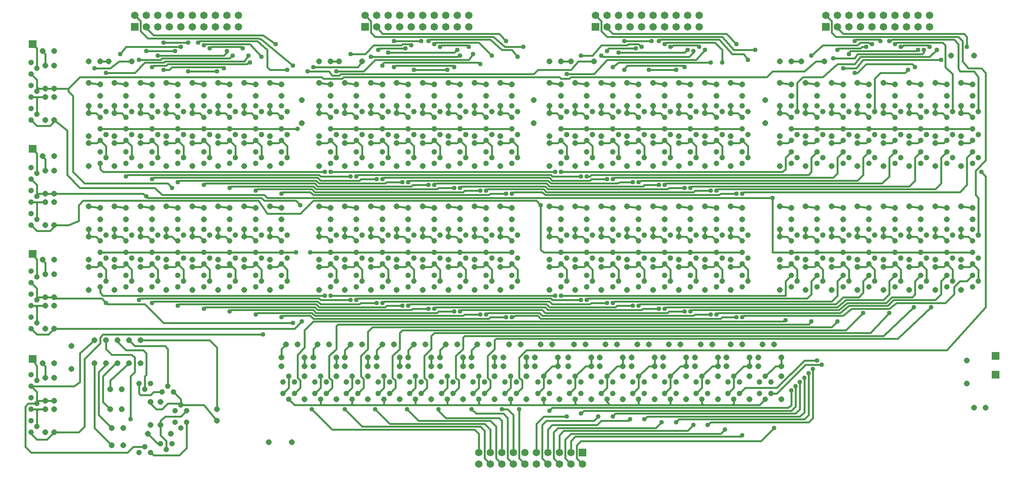
<source format=gbl>
G04 Output by ViewMate Deluxe V11.0.9  PentaLogix LLC*
G04 Mon Mar 30 14:28:05 2015*
%FSLAX33Y33*%
%MOMM*%
%IPPOS*%
%ADD10C,1.209*%
%ADD11C,1.3081*%
%ADD16C,1.016*%
%ADD102R,1.651X1.651*%
%ADD103C,1.651*%
%ADD104R,1.8009X1.8009*%
%ADD105C,0.4064*%

%LPD*%
X0Y0D2*D105*G1X9296Y45402D2*X10249Y45402D1*X12471Y45402*X28029Y32702D2*X28346Y32702D1*X10566Y28892D2*X10566Y32068D1*X9614Y33655*X11836Y32702D2*X12471Y32068D1*X12471Y29528*X23266Y32702D2*X23266Y18415D1*X23266Y37782D2*X20091Y34925D1*X20091Y28575*X10884Y22542D2*X9296Y22542D1*X10566Y24448D2*X10566Y26352D1*X9296Y27622*X18821Y27622*X20091Y28575*X26759Y26988D2*X26759Y28892D1*X30886Y32702*X50254Y22542D2*X50254Y36195D1*X48666Y37782*X33426Y37782*X30886Y37782D2*X32156Y36512D1*X38824Y36512*X39459Y35878*X39459Y27622*X35649Y25718D2*X36284Y26352D1*X38189Y26352*X40729Y26352D2*X42316Y24765D1*X42316Y23495*X42316Y20955D2*X43586Y22225D1*X35014Y17145D2*X37236Y14922D1*X37871Y14922*X39141Y13652D2*X39141Y15558D1*X37871Y16828*X37871Y19050*X37871Y20002*X38824Y20955*X42316Y20955*X43586Y19685D2*X43586Y13970D1*X41999Y12382*X36284Y12382*X35649Y13018*X34379Y14288D2*X31839Y14288D1*X30569Y13018*X23266Y18415D2*X27076Y14605D1*X26759Y22542D2*X25171Y24130D1*X25171Y29845*X28029Y32702*X25806Y32702D2*X25806Y32385D1*X24219Y30798*X24219Y21272*X27076Y18415*X31204Y20320D2*X31204Y29845D1*X32156Y30798*X32156Y33972*X31521Y34608*X27076Y34608*X25806Y35878*X25806Y37782*X28346Y37782D2*X28346Y37465D1*X30251Y35560*X34061Y35560*X34696Y34925*X34696Y30162*X34379Y29845*X34379Y26988*X33109Y28258D2*X33109Y26035D1*X33426Y25718*X35649Y25718*X35649Y24130D2*X35649Y23812D1*X36919Y22542*X38189Y22542*X39459Y23812*X41999Y23812*X42316Y23495*X47396Y23495*X50254Y20002*X130899Y10478D2*X129629Y11748D1*X195351Y53340D2*X195351Y50800D1*X174396Y60642D2*X174396Y62230D1*X178206Y53340D2*X178206Y50800D1*X182651Y57150D2*X188366Y57150D1*X194081Y57150*X199796Y57150*X205511Y57150*X211226Y57150*X216941Y57150*X214401Y62230D2*X214401Y60642D1*X218211Y60960D2*X218211Y69215D1*X216941Y59690D2*X215989Y60642D1*X214401Y60642*X211226Y59690D2*X210274Y60642D1*X208686Y60642*X208686Y62230*X202971Y60642D2*X202971Y62230D1*X205511Y59690D2*X204559Y60642D1*X202971Y60642*X199796Y59690D2*X198844Y60642D1*X197256Y60642*X197256Y62230*X191541Y60642D2*X191541Y62230D1*X194081Y59690D2*X193129Y60642D1*X191541Y60642*X188366Y59690D2*X187414Y60642D1*X185826Y60642*X185826Y62230*X180111Y60642D2*X180111Y62230D1*X182651Y59690D2*X181699Y60642D1*X180111Y60642*X176936Y59690D2*X175984Y60642D1*X174396Y60642*X166141Y59690D2*X165189Y60642D1*X163601Y60642*X163601Y62230*X115341Y54610D2*X116611Y53340D1*X116611Y50800*X110896Y53340D2*X110896Y50800D1*X105181Y50800D2*X105181Y53340D1*X99466Y53340D2*X99466Y50800D1*X93751Y50800D2*X93751Y53340D1*X82321Y53340D2*X82321Y50800D1*X88036Y50800D2*X88036Y53340D1*X86766Y36830D2*X85496Y35560D1*X85496Y33972*X88354Y19368D2*X85179Y22542D1*X99149Y22542D2*X99149Y22225D1*X100736Y20638*X112484Y20638*X115659Y21272D2*X114389Y22542D1*X113119Y22542*X118516Y32068D2*X118516Y33972D1*X128041Y26035D2*X129311Y27305D1*X129311Y29845*X136296Y29845D2*X136296Y27305D1*X135026Y26035*X142011Y26035D2*X143281Y27305D1*X143281Y29845*X150266Y29845D2*X150266Y27305D1*X148996Y26035*X155981Y26035D2*X157251Y27305D1*X157251Y29845*X160744Y33972D2*X160744Y32068D1*X159474Y32068*X157251Y29845*X153759Y33972D2*X153759Y32068D1*X152489Y32068*X150266Y29845*X146774Y33972D2*X146774Y32068D1*X145504Y32068*X143281Y29845*X139789Y33972D2*X139789Y32068D1*X138519Y32068*X136296Y29845*X132804Y33972D2*X132804Y32068D1*X131534Y32068*X129311Y29845*X125501Y33972D2*X125501Y32068D1*X124231Y32068*X122644Y30480*X122644Y30162*X122326Y29845*X122326Y27305*X121056Y26035*X123596Y22225D2*X124231Y22860D1*X176301Y22860*X176936Y26670D2*X176936Y23495D1*X176301Y22860*X166141Y16828D2*X165824Y16510D1*X173126Y18415D2*X170269Y15558D1*X130581Y15558*X129629Y14605*X129629Y11748*X127089Y11748D2*X128359Y10478D1*X128359Y13018D2*X128359Y15558D1*X129311Y16510*X165824Y16510*X158521Y19050D2*X159156Y19685D1*X155346Y19050D2*X154076Y17780D1*X126771Y17780*X125819Y16828*X125819Y13018*X113119Y13018D2*X113119Y20002D1*X112484Y20638*X88354Y19368D2*X109309Y19368D1*X92164Y22542D2*X94704Y20002D1*X110579Y20002*X111849Y18732*X111849Y11748*X113119Y10478*X108039Y13018D2*X108039Y17145D1*X107086Y18098*X75654Y18098*X71209Y22542*X68669Y27305D2*X67399Y26035D1*X68034Y29528D2*X68669Y28892D1*X68669Y27305*X71844Y26035D2*X73114Y27305D1*X73114Y29845*X80099Y29845D2*X80099Y27305D1*X78829Y26035*X81369Y26035D2*X82639Y27305D1*X82639Y29210*X82004Y29845*X82004Y34290*X83591Y32068D2*X83591Y33972D1*X87084Y29845D2*X87084Y27305D1*X85814Y26035*X88354Y26035D2*X89624Y27305D1*X89624Y28892*X88989Y29528*X88989Y34290*X92481Y33972D2*X92481Y35560D1*X93751Y36830*X100736Y36830D2*X99466Y35560D1*X99466Y33972*X97561Y32068D2*X97561Y33972D1*X101054Y29845D2*X101054Y27305D1*X99784Y26035*X102324Y26035D2*X103594Y27305D1*X103594Y28892*X102959Y29528*X102959Y34290*X106451Y33972D2*X106451Y35560D1*X107721Y36830*X111531Y32068D2*X111531Y33972D1*X115024Y29845D2*X115024Y27305D1*X113754Y26035*X116294Y26035D2*X117564Y27305D1*X117564Y28892*X116929Y29528*X116929Y33972*X118516Y35560*X211226Y35560*X219799Y45085*X219799Y73978*X218846Y74930*X143916Y102552D2*X143281Y103188D1*X164871Y103188D2*X162649Y105410D1*X137566Y105410*X136296Y106680*X136296Y106998*X133756Y109538D2*X135026Y108268D1*X135026Y106045*X136296Y104775*X161696Y104775*X164236Y101918*X168999Y101918*X167411Y99695D2*X166459Y100965D1*X163919Y100965*X161061Y104140*X148044Y104140*X147726Y103822*X140106Y103822D2*X146139Y103822D1*X129946Y99378D2*X133439Y99378D1*X126136Y99378D2*X128359Y99378D1*X126136Y94298D2*X123596Y94615D1*X129311Y89535D2*X129311Y87948D1*X130899Y87948*X131851Y86995*X135026Y89535D2*X135026Y87948D1*X136614Y87948*X137566Y86995*X140741Y89535D2*X140741Y87948D1*X142329Y87948*X143281Y86995*X146456Y89535D2*X146456Y87948D1*X148044Y87948*X148996Y86995*X152171Y89535D2*X152171Y87948D1*X153759Y87948*X154711Y86995*X157886Y89535D2*X157886Y87948D1*X159474Y87948*X160426Y86995*X163601Y89535D2*X163601Y87948D1*X165189Y87948*X166141Y86995*X166141Y84455D2*X160426Y84455D1*X154711Y84455*X148996Y84455*X143281Y84455*X137566Y84455*X131851Y84455*X126136Y84455*X126136Y86995D2*X125184Y87948D1*X123596Y87948*X123596Y89535*X64541Y86995D2*X63589Y87948D1*X62001Y87948*X62001Y89535*X10566Y93662D2*X10566Y92710D1*X12471Y93345D2*X14376Y93345D1*X17551Y93345*X17551Y92710*X18504Y91758*X24536Y94298D2*X21996Y94615D1*X33426Y94615D2*X35966Y94298D1*X27711Y94615D2*X30251Y94298D1*X28981Y100965D2*X30251Y102552D1*X42316Y102552*X38506Y103505D2*X43904Y103505D1*X41046Y101600D2*X34696Y101600D1*X50254Y97155D2*X43904Y97155D1*X51841Y97790D2*X51524Y98108D1*X63271Y103188D2*X60414Y105092D1*X36284Y105092*X34696Y106680*X34696Y106934*X32156Y109474D2*X32220Y109474D1*X33426Y108268*X33426Y106045*X35014Y104458*X59461Y104458*X60096Y104140*X67081Y98425*X62001Y94615D2*X64541Y94298D1*X56286Y94615D2*X58826Y94298D1*X50571Y94615D2*X53111Y94298D1*X44856Y94615D2*X47396Y94298D1*X39141Y94615D2*X41681Y94298D1*X38506Y97472D2*X39776Y97472D1*X40411Y98108*X51524Y98108*X52476Y101600D2*X52476Y101282D1*X48666Y102235D2*X48984Y102552D1*X55651Y102552*X55969Y102235*X57239Y100648D2*X56286Y99378D1*X38824Y99378*X38506Y99060*X34379Y99060*X37236Y100648D2*X51841Y100648D1*X52476Y101282*X53746Y100648D2*X53111Y100012D1*X38189Y100012*X37871Y99695*X33109Y99695*X31521Y99378D2*X28664Y99378D1*X26759Y97790*X24536Y99378D2*X26441Y99378D1*X26759Y97790D2*X23266Y97790D1*X25806Y96838D2*X32156Y96838D1*X34379Y99060*X35966Y98108D2*X36284Y98425D1*X39141Y98425*X39459Y98742*X56921Y98742*X57239Y99060*X57556Y99060*X60096Y100330D2*X57556Y103188D1*X47714Y103188*X47396Y102870*X46126Y103505D2*X46444Y103822D1*X59144Y103822*X61366Y101918*X61366Y98108*X62001Y97472*X65811Y97472*X75336Y94298D2*X72796Y94615D1*X81051Y94298D2*X78511Y94615D1*X86766Y94298D2*X84226Y94615D1*X92481Y94298D2*X89941Y94615D1*X98196Y94298D2*X95656Y94615D1*X109626Y86995D2*X108674Y87948D1*X107086Y87948*X107086Y89535*X103911Y86995D2*X102959Y87948D1*X101371Y87948*X101371Y89535*X98196Y86995D2*X97244Y87948D1*X95656Y87948*X95656Y89535*X92481Y86995D2*X91529Y87948D1*X89941Y87948*X89941Y89535*X86766Y86995D2*X85814Y87948D1*X84226Y87948*X84226Y89535*X81051Y86995D2*X80099Y87948D1*X78511Y87948*X78511Y89535*X72796Y89535D2*X72796Y87948D1*X74384Y87948*X75336Y86995*X72479Y73660D2*X73114Y73025D1*X81686Y73025*X82004Y73342*X85496Y73342*X86766Y73342D2*X87084Y73660D1*X123596Y73660*X124231Y73025*X132486Y73025*X132804Y73342*X136296Y73342*X137566Y73342D2*X137884Y73660D1*X186144Y73660*X187096Y74612*X187096Y78105*X188366Y79375*X182651Y79375D2*X181381Y78105D1*X181381Y74930*X180746Y74295*X132804Y74295*X132486Y73978*X131851Y73978*X130581Y73978D2*X124231Y73978D1*X123914Y74295*X81369Y74295*X81051Y73978*X79781Y73978D2*X73114Y73978D1*X72796Y74295*X30569Y74295*X30251Y73978*X35966Y73342D2*X36284Y73660D1*X72479Y73660*X56286Y67310D2*X58826Y66992D1*X50571Y67310D2*X53111Y66992D1*X44856Y67310D2*X47396Y66992D1*X39141Y67310D2*X41681Y66992D1*X33426Y67310D2*X35966Y66992D1*X27711Y67310D2*X30251Y66992D1*X21996Y67310D2*X24536Y66992D1*X21996Y62230D2*X21996Y60642D1*X23584Y60642*X24536Y59690*X27711Y62230D2*X27711Y60642D1*X29299Y60642*X30251Y59690*X33426Y62230D2*X33426Y60642D1*X35014Y60642*X35966Y59690*X39141Y62230D2*X39141Y60642D1*X40411Y60642*X41046Y60008*X41364Y60008*X41681Y59690*X44856Y62230D2*X44856Y60642D1*X46444Y60642*X47396Y59690*X50571Y62230D2*X50571Y60642D1*X52159Y60642*X53111Y59690*X56286Y62230D2*X56286Y60642D1*X57874Y60642*X58826Y59690*X62001Y62230D2*X62001Y60642D1*X63589Y60642*X64541Y59690*X72796Y62230D2*X72796Y60642D1*X74384Y60642*X75336Y59690*X78511Y62230D2*X78511Y60642D1*X80099Y60642*X81051Y59690*X84226Y62230D2*X84226Y60642D1*X85814Y60642*X86766Y59690*X89941Y62230D2*X89941Y60642D1*X91529Y60642*X92481Y59690*X95656Y62230D2*X95656Y60642D1*X97244Y60642*X98196Y59690*X101371Y62230D2*X101371Y60642D1*X102959Y60642*X103911Y59690*X112801Y60642D2*X112801Y62230D1*X115341Y59690D2*X114389Y60642D1*X112801Y60642*X109626Y59690D2*X108674Y60642D1*X107086Y60642*X107086Y62230*X108356Y70802D2*X104864Y70802D1*X104546Y70485*X102641Y71438D2*X99149Y71438D1*X98831Y71120*X96926Y72072D2*X93434Y72072D1*X93116Y71755*X72479Y71755*X71844Y72390*X47714Y72390*X47396Y72072*X53111Y71438D2*X53429Y71755D1*X71526Y71755*X72161Y71120*X98831Y71120*X98196Y72072D2*X98514Y72390D1*X122961Y72390*X123596Y71755*X144234Y71755*X144551Y72072*X147726Y72072*X149631Y71120D2*X149949Y71438D1*X153441Y71438*X154711Y71438D2*X155029Y71755D1*X202971Y71755*X204241Y73025*X204241Y78105*X205511Y79375*X219799Y96838D2*X219799Y77470D1*X217576Y75248*X217576Y69850*X218211Y69215*X214401Y67310D2*X216941Y66992D1*X208686Y67310D2*X211226Y66992D1*X202971Y67310D2*X205511Y66992D1*X197256Y67310D2*X199796Y66992D1*X191541Y67310D2*X194081Y66992D1*X185826Y67310D2*X188366Y66992D1*X180111Y67310D2*X182651Y66992D1*X174396Y67310D2*X176936Y66992D1*X164871Y70168D2*X161379Y70168D1*X161061Y69850*X159156Y70802D2*X155664Y70802D1*X155346Y70485*X122961Y70485*X122326Y71120*X109944Y71120*X109626Y70802*X112801Y67310D2*X115341Y66992D1*X107086Y67310D2*X109626Y66992D1*X101371Y67310D2*X103911Y66992D1*X95656Y67310D2*X98196Y66992D1*X89941Y67310D2*X92481Y66992D1*X84226Y67310D2*X86766Y66992D1*X78511Y67310D2*X81051Y66992D1*X72796Y67310D2*X75336Y66992D1*X67716Y68580D2*X68669Y67628D1*X62001Y67310D2*X64541Y66992D1*X60096Y69215D2*X60731Y68580D1*X67716Y68580*X64541Y70168D2*X64859Y70485D1*X70891Y70485*X71526Y69850*X110261Y69850*X110579Y70168*X114071Y70168*X115341Y70168D2*X115659Y70485D1*X122009Y70485*X122644Y69850*X161061Y69850*X160426Y70802D2*X160744Y71120D1*X208686Y71120*X209956Y72390*X209956Y78105*X211226Y79375*X208686Y81280D2*X210591Y81280D1*X211226Y81915*X211226Y86995D2*X210274Y87948D1*X208686Y87948*X208686Y89535*X197256Y89535D2*X197256Y87948D1*X198844Y87948*X199796Y86995*X202971Y89535D2*X202971Y87948D1*X204559Y87948*X205511Y86995*X205511Y84455D2*X211226Y84455D1*X216941Y84455*X216941Y81915D2*X216306Y81280D1*X214401Y81280*X216941Y79375D2*X215671Y78105D1*X215671Y72072*X214084Y70485*X166459Y70485*X166141Y70168*X163601Y67310D2*X166141Y66992D1*X157886Y67310D2*X160426Y66992D1*X152171Y67310D2*X154711Y66992D1*X146456Y67310D2*X148996Y66992D1*X140741Y67310D2*X143281Y66992D1*X135026Y67310D2*X137566Y66992D1*X129311Y67310D2*X131851Y66992D1*X123596Y67310D2*X126136Y66992D1*X123596Y62230D2*X123596Y60642D1*X125184Y60642*X126136Y59690*X129311Y62230D2*X129311Y60642D1*X130899Y60642*X131851Y59690*X135026Y62230D2*X135026Y60642D1*X136614Y60642*X137566Y59690*X140741Y62230D2*X140741Y60642D1*X142329Y60642*X143281Y59690*X146456Y62230D2*X146456Y60642D1*X148044Y60642*X148996Y59690*X152171Y62230D2*X152171Y60642D1*X153759Y60642*X154711Y59690*X157886Y62230D2*X157886Y60642D1*X159474Y60642*X160426Y59690*X161696Y53340D2*X161696Y50800D1*X155981Y50800D2*X155981Y53340D1*X150266Y53340D2*X150266Y50800D1*X144551Y50800D2*X144551Y53340D1*X138836Y53340D2*X138836Y50800D1*X133121Y50800D2*X133121Y53340D1*X127406Y53340D2*X127406Y50800D1*X123596Y53975D2*X125501Y53975D1*X126136Y54610*X127406Y53340*X129311Y53975D2*X131216Y53975D1*X131851Y54610*X133121Y53340*X135026Y53975D2*X136931Y53975D1*X137566Y54610*X138836Y53340*X140741Y53975D2*X142646Y53975D1*X143281Y54610*X144551Y53340*X146456Y53975D2*X148361Y53975D1*X148996Y54610*X150266Y53340*X152171Y53975D2*X154076Y53975D1*X154711Y54610*X155981Y53340*X157886Y53975D2*X159791Y53975D1*X160426Y54610*X161696Y53340*X163601Y53975D2*X165506Y53975D1*X166141Y54610*X167411Y50800D2*X167411Y53340D1*X166141Y54610*X166141Y57150D2*X160426Y57150D1*X154711Y57150*X148996Y57150*X143281Y57150*X137566Y57150*X131851Y57150*X126136Y57150*X122326Y57150*X121691Y57785*X121691Y67628*X120739Y68580*X71526Y68580*X68669Y65722*X61366Y65722*X59461Y68580*X20726Y68580*X19774Y67628*X19774Y64135*X17551Y63182*X14376Y63182*X14376Y62865*X13424Y61912*X10566Y61912*X9296Y63182*X10566Y64452D2*X10566Y68262D1*X9296Y68262D2*X10566Y68262D1*X12471Y68262*X10566Y70168D2*X10566Y69532D1*X12471Y75248D2*X12471Y77788D1*X11836Y78422*X9614Y80010D2*X10566Y79058D1*X10566Y74612*X9296Y73342D2*X10566Y72072D1*X10566Y70168*X12471Y70168*X14376Y70168*X34061Y70168*X34696Y69532*X35014Y69215*X60096Y69215*X58826Y70802D2*X59144Y71120D1*X71209Y71120*X71844Y70485*X104546Y70485*X103911Y71438D2*X104229Y71755D1*X122644Y71755*X123279Y71120*X149631Y71120*X148996Y72072D2*X149314Y72390D1*X196939Y72390*X198526Y73978*X198526Y78105*X199796Y79375*X194081Y79375D2*X192811Y78105D1*X192811Y74295*X191541Y73025*X143916Y73025*X143281Y72708*X142011Y72708D2*X139154Y72708D1*X138519Y72390*X123914Y72390*X123279Y73025*X92799Y73025*X92481Y72708*X91211Y72708D2*X87719Y72708D1*X87401Y72390*X72796Y72390*X72161Y73025*X41999Y73025*X41681Y72708*X40411Y71438D2*X39459Y72390D1*X21044Y72390*X18504Y74930*X18504Y91758*X21996Y89535D2*X21996Y87948D1*X23584Y87948*X24536Y86995*X27711Y89535D2*X27711Y87948D1*X29299Y87948*X30251Y86995*X33426Y89535D2*X33426Y87948D1*X35014Y87948*X35966Y86995*X39141Y89535D2*X39141Y87948D1*X40729Y87948*X41681Y86995*X44856Y89535D2*X44856Y87948D1*X46444Y87948*X47396Y86995*X50571Y89535D2*X50571Y87948D1*X52159Y87948*X53111Y86995*X56286Y89535D2*X56286Y87948D1*X57874Y87948*X58826Y86995*X60096Y78105D2*X60096Y80645D1*X54381Y80645D2*X54381Y78105D1*X48666Y78105D2*X48666Y80645D1*X42951Y80645D2*X42951Y78105D1*X37236Y78105D2*X37236Y80645D1*X31521Y80645D2*X31521Y78105D1*X27711Y81280D2*X29616Y81280D1*X30251Y81915*X31521Y80645*X33426Y81280D2*X35331Y81280D1*X35966Y81915*X37236Y80645*X39141Y81280D2*X41046Y81280D1*X41681Y81915*X42951Y80645*X44856Y81280D2*X46761Y81280D1*X47396Y81915*X48666Y80645*X50571Y81280D2*X52476Y81280D1*X53111Y81915*X54381Y80645*X56286Y81280D2*X58191Y81280D1*X58826Y81915*X60096Y80645*X64541Y81915D2*X63906Y81280D1*X62001Y81280*X65811Y78105D2*X65811Y80645D1*X64541Y81915*X68034Y84455D2*X64541Y84455D1*X58826Y84455*X53111Y84455*X47396Y84455*X41681Y84455*X35966Y84455*X30251Y84455*X24536Y84455*X21996Y81280D2*X23901Y81280D1*X24536Y81915*X25806Y80645*X25806Y78105*X24536Y76835D2*X24536Y75565D1*X25171Y74930*X74066Y74930*X124866Y74930D2*X75336Y74930D1*X126136Y74930D2*X175031Y74930D1*X175666Y75565*X175666Y75882*X175666Y78105*X176936Y79375*X176936Y84455D2*X182651Y84455D1*X188366Y84455*X194081Y84455*X199796Y84455*X205511Y84455*X205511Y81915D2*X204876Y81280D1*X202971Y81280*X199796Y81915D2*X199161Y81280D1*X197256Y81280*X194081Y81915D2*X193446Y81280D1*X191541Y81280*X188366Y81915D2*X187731Y81280D1*X185826Y81280*X182651Y81915D2*X182016Y81280D1*X180111Y81280*X176936Y81915D2*X176301Y81280D1*X174396Y81280*X167411Y78105D2*X167411Y80645D1*X166141Y81915*X165506Y81280*X163601Y81280*X161696Y78105D2*X161696Y80645D1*X160426Y81915*X159791Y81280*X157886Y81280*X155981Y78105D2*X155981Y80645D1*X154711Y81915*X154076Y81280*X152171Y81280*X150266Y78105D2*X150266Y80645D1*X148996Y81915*X148361Y81280*X146456Y81280*X144551Y78105D2*X144551Y80645D1*X143281Y81915*X142646Y81280*X140741Y81280*X138836Y78105D2*X138836Y80645D1*X137566Y81915*X136931Y81280*X135026Y81280*X133121Y78105D2*X133121Y80645D1*X131851Y81915*X131216Y81280*X129311Y81280*X127406Y78105D2*X127406Y80645D1*X126136Y81915*X125501Y81280*X123596Y81280*X116611Y78105D2*X116611Y80645D1*X115341Y81915*X114706Y81280*X112801Y81280*X110896Y78105D2*X110896Y80645D1*X109626Y81915*X108991Y81280*X107086Y81280*X105181Y78105D2*X105181Y80645D1*X103911Y81915*X103276Y81280*X101371Y81280*X99466Y78105D2*X99466Y80645D1*X98196Y81915*X97561Y81280*X95656Y81280*X93751Y78105D2*X93751Y80645D1*X92481Y81915*X91846Y81280*X89941Y81280*X88036Y78105D2*X88036Y80645D1*X86766Y81915*X86131Y81280*X84226Y81280*X82321Y78105D2*X82321Y80645D1*X81051Y81915*X80416Y81280*X78511Y81280*X72796Y81280D2*X74701Y81280D1*X75336Y81915*X76606Y78105D2*X76606Y80645D1*X75336Y81915*X75336Y84455D2*X81051Y84455D1*X86766Y84455*X92481Y84455*X98196Y84455*X103911Y84455*X109626Y84455*X115341Y84455*X115341Y86995D2*X114389Y87948D1*X112801Y87948*X112801Y89535*X112801Y94615D2*X115341Y94298D1*X107086Y94615D2*X109626Y94298D1*X101371Y94615D2*X103911Y94298D1*X93751Y97472D2*X101054Y97472D1*X86766Y98425D2*X86766Y98742D1*X87084Y99060*X89306Y98108D2*X89624Y98425D1*X102324Y98425*X102641Y98108*X117881Y102552D2*X113754Y102552D1*X116611Y100330D2*X115341Y101918D1*X113119Y101918*X108356Y98742D2*X108039Y99060D1*X87084Y99060*X86131Y102235D2*X85814Y101918D1*X85496Y106998D2*X86766Y105410D1*X82956Y109538D2*X84226Y108268D1*X84226Y105728*X85179Y104775*X111214Y104775*X113754Y102552*X114071Y103822D2*X112484Y105410D1*X86766Y105410*X95339Y103822D2*X89306Y103822D1*X96926Y103822D2*X97244Y104140D1*X110579Y104140*X113119Y101918*X110896Y100648D2*X108039Y103505D1*X98514Y103505*X98196Y103188*X99466Y102552D2*X99784Y102870D1*X105499Y102870*X105816Y102552*X106769Y100965D2*X105816Y99695D1*X85179Y99695*X82639Y97155*X76606Y97155*X77241Y99378D2*X75336Y99378D1*X79781Y100965D2*X82956Y100965D1*X84861Y102870*X90894Y102870*X93116Y102870D2*X92799Y103188D1*X91211Y103188*X90894Y102870*X86131Y102235D2*X91846Y102235D1*X88036Y101282D2*X102641Y101282D1*X103276Y101918*X103911Y100648D2*X103594Y100648D1*X103276Y100330*X84226Y100330*X82321Y99378D2*X81369Y98108D1*X71526Y98108*X70256Y97155D2*X75019Y97155D1*X75654Y96202*X77241Y96202*X77559Y96520*X120104Y96520*X121056Y97472*X128359Y97472*X129946Y99378*X130581Y100648D2*X133121Y100648D1*X135026Y102870*X140741Y102870*X141059Y103188*X143281Y103188*X142646Y102235D2*X136614Y102235D1*X136296Y101600*X135026Y100648D2*X135344Y100330D1*X154394Y100330*X155346Y101282*X155346Y101600*X154076Y101918D2*X153441Y101282D1*X138836Y101282*X151536Y97472D2*X145504Y97472D1*X153441Y98108D2*X153124Y98425D1*X140741Y98425*X140106Y97472*X137566Y98108D2*X138836Y99060D1*X159156Y99060*X161696Y99060D2*X161696Y101918D1*X160109Y103505*X149314Y103505*X148996Y103188*X150266Y102552D2*X150584Y102552D1*X150901Y102870*X156299Y102870*X156616Y102552*X157886Y101918D2*X155981Y99695D1*X136296Y99695*X133439Y96520*X127406Y96520*X131851Y94298D2*X129311Y94615D1*X137566Y94298D2*X135026Y94615D1*X143281Y94298D2*X140741Y94615D1*X148996Y94298D2*X146456Y94615D1*X154711Y94298D2*X152171Y94615D1*X160426Y94298D2*X157886Y94615D1*X166141Y94298D2*X163601Y94615D1*X176936Y94298D2*X174396Y94615D1*X194399Y103188D2*X194716Y103188D1*X190906Y103822D2*X191224Y104140D1*X196304Y104140*X196621Y103822*X198844Y103822D2*X198526Y103822D1*X201066Y102552D2*X201384Y102552D1*X201701Y102870*X207099Y102870*X207416Y102552*X209004Y101918D2*X207416Y100330D1*X192176Y100330*X190906Y98742*X187096Y98742*X191224Y97790D2*X192811Y99695D1*X209956Y99695*X215671Y102552D2*X215671Y104775D1*X215036Y105410*X188366Y105410*X187096Y106680*X187096Y106998*X184556Y109538D2*X185826Y108268D1*X185826Y105728*X186779Y104775*X213766Y104775*X214719Y103822*X214719Y99378*X215989Y97790*X218846Y97790*X219799Y96838*X218211Y95885D2*X217259Y97155D1*X214084Y97155*X213766Y97790*X213766Y103188*X212814Y104140*X199161Y104140*X198844Y103822*X199796Y103188D2*X200114Y103505D1*X210274Y103505*X210909Y102870*X210909Y98108*X212496Y96520*X212496Y88265*X214401Y89535D2*X214401Y87948D1*X215989Y87948*X216941Y86995*X218211Y95885D2*X218211Y88265D1*X214401Y94615D2*X216941Y94298D1*X208686Y94615D2*X211226Y94298D1*X202971Y94615D2*X205511Y94298D1*X197256Y94615D2*X199796Y94298D1*X191541Y94615D2*X194081Y94298D1*X185826Y94615D2*X188366Y94298D1*X180111Y94615D2*X182651Y94298D1*X179476Y95885D2*X183921Y95885D1*X187096Y98742*X191224Y97790D2*X188366Y97790D1*X190906Y96838D2*X191541Y96838D1*X193446Y98742*X203606Y98742*X204241Y98108*X202654Y97472D2*X202019Y96838D1*X196621Y96838*X195351Y95568*X195351Y88265*X194081Y86995D2*X193129Y87948D1*X191541Y87948*X191541Y89535*X188366Y86995D2*X187414Y87948D1*X185826Y87948*X185826Y89535*X182651Y86995D2*X181699Y87948D1*X180111Y87948*X180111Y89535*X174396Y89535D2*X174396Y87948D1*X175666Y87948*X176936Y86995*X178206Y88265D2*X178206Y94615D1*X179476Y95885*X179159Y99378D2*X176936Y99378D1*X181381Y100648D2*X183921Y102870D1*X191541Y102870*X192176Y103505*X194081Y103505*X194399Y103188*X193446Y102552D2*X192494Y102552D1*X192176Y102235*X187414Y102235*X187096Y101918*X189636Y100965D2*X189636Y101282D1*X189954Y101600*X204559Y101600*X204876Y101918*X206146Y101918D2*X206146Y101282D1*X205829Y100965*X191541Y100965*X190906Y100012*X186144Y100012*X184239Y99378D2*X182334Y99378D1*X179794Y97155*X172809Y97155*X171539Y95885*X128359Y95885*X128041Y95568*X126136Y95568*X125819Y95885*X78194Y95885*X77876Y95568*X73749Y95568*X73431Y95885*X20091Y95885*X17551Y93345*X12471Y98425D2*X12471Y100965D1*X11836Y101600*X9614Y103188D2*X10566Y102235D1*X10566Y97790*X9296Y96520D2*X10566Y95250D1*X10566Y93662*X10884Y93345*X12471Y93345*X12471Y91440D2*X10566Y91440D1*X9296Y91440D2*X10566Y91440D1*X10566Y87630*X9296Y86360D2*X10566Y85090D1*X13424Y85090*X14376Y86042*X14376Y86360*X17234Y84138*X17234Y74295*X20091Y71438*X36601Y71438*X38189Y69850*X60731Y69850*X61366Y69215*X172809Y69215*X172809Y57150*X176936Y57150*X182651Y57150*X183921Y50800D2*X183921Y53340D1*X182651Y52070D2*X181381Y50800D1*X181381Y47942*X180429Y46990*X132169Y46990*X131851Y46672*X130581Y46672D2*X124231Y46672D1*X123914Y46990*X81369Y46990*X81051Y46672*X79781Y46672D2*X73114Y46672D1*X72796Y46990*X65811Y50800D2*X65811Y53340D1*X64541Y54610*X64224Y54292*X63906Y54292*X63589Y53975*X62001Y53975*X60096Y50800D2*X60096Y53340D1*X58826Y54610*X58191Y53975*X56286Y53975*X54381Y50800D2*X54381Y53340D1*X53589Y54135*X53111Y54610D2*X53589Y54135D1*X53429Y53975*X50571Y53975*X48666Y50800D2*X48666Y53340D1*X47396Y54610*X46761Y53975*X44856Y53975*X37236Y50800D2*X37236Y53340D1*X31521Y53340D2*X31521Y50800D1*X27711Y53975D2*X29616Y53975D1*X30251Y54610*X31521Y53340*X33426Y53975D2*X35331Y53975D1*X35966Y54610*X37236Y53340*X39141Y53975D2*X41046Y53975D1*X41681Y54610*X42951Y53340*X42951Y50800*X41681Y45402D2*X41999Y45720D1*X72161Y45720*X72796Y45085*X87401Y45085*X87719Y45402*X91211Y45402*X92481Y45402D2*X92799Y45720D1*X122961Y45720*X123596Y45085*X138201Y45085*X138519Y45402*X142011Y45402*X143916Y44450D2*X123279Y44450D1*X122644Y45085*X98514Y45085*X98196Y44768*X96926Y44768D2*X93434Y44768D1*X93116Y44450*X72479Y44450*X71844Y45085*X47714Y45085*X47396Y44768*X53111Y44132D2*X53429Y44450D1*X71526Y44450*X72161Y43815*X98831Y43815*X99149Y44132*X102641Y44132*X103911Y44132D2*X104229Y44450D1*X122009Y44450*X122644Y43815*X149631Y43815*X149949Y44132*X153441Y44132*X155346Y43180D2*X122009Y43180D1*X121374Y43815*X109944Y43815*X109626Y43498*X108356Y43498D2*X104864Y43498D1*X104546Y43180*X71844Y43180*X71209Y43815*X59144Y43815*X58826Y43498*X64541Y42862D2*X64859Y43180D1*X70891Y43180*X71526Y42545*X110261Y42545*X110579Y42862*X114071Y42862*X115341Y42862D2*X115659Y42862D1*X115976Y43180*X121056Y43180*X121691Y42545*X161379Y42545*X161696Y42862*X164871Y42862*X166141Y42862D2*X166459Y43180D1*X188366Y43180*X192811Y43815D2*X189001Y40005D1*X91211Y40005*X90576Y39370*X90576Y35878*X88989Y34290*X90576Y32068D2*X90576Y33972D1*X94069Y29845D2*X94069Y27305D1*X92799Y26035*X95339Y26035D2*X96609Y27305D1*X96609Y28892*X95974Y29528*X95974Y34290*X97561Y35878*X97561Y38735*X98196Y39370*X194399Y39370*X198526Y43815*X203924Y45085D2*X197256Y38735D1*X104864Y38735*X104546Y38418*X104546Y35878*X102959Y34290*X104546Y32068D2*X104546Y33972D1*X108039Y29845D2*X108039Y27305D1*X106769Y26035*X109309Y26035D2*X110579Y27305D1*X110579Y28892*X109944Y29528*X109944Y34290*X111531Y35878*X111531Y37782*X111849Y38100*X200431Y38100*X207734Y45085*X206781Y53340D2*X206781Y50800D1*X212496Y50800D2*X212496Y53340D1*X211226Y52070D2*X209956Y50800D1*X209956Y47942*X208686Y46672*X199479Y46672*X198209Y45402*X189636Y45402*X187731Y43815*X160744Y43815*X160426Y43498*X159156Y43498D2*X155664Y43498D1*X155346Y43180*X154711Y44132D2*X155029Y44450D1*X187414Y44450*X189319Y46038*X197891Y46038*X199161Y47308*X203606Y47308*X204241Y47942*X204241Y50800*X205511Y52070*X201066Y50800D2*X201066Y53340D1*X199796Y52070D2*X198526Y50800D1*X198526Y47942*X197256Y46672*X189001Y46672*X187096Y45085*X149314Y45085*X148996Y44768*X147726Y44768D2*X144234Y44768D1*X143916Y44450*X143281Y45402D2*X143599Y45720D1*X186779Y45720*X188366Y47308*X191859Y47308*X192811Y48260*X192811Y50800*X194081Y52070*X189636Y50800D2*X189636Y53340D1*X188366Y52070D2*X187096Y50800D1*X187096Y47625*X185826Y46355*X137884Y46355*X137566Y46038*X136296Y46038D2*X132804Y46038D1*X132486Y45720*X124231Y45720*X123596Y46355*X87084Y46355*X86766Y46038*X85496Y46038D2*X82004Y46038D1*X81686Y45720*X73114Y45720*X72479Y46355*X36284Y46355*X35966Y46038*X34379Y45720D2*X38506Y41592D1*X67081Y41592*X68986Y41910D2*X67399Y40322D1*X14376Y40322*X13106Y39052*X10566Y39052*X9296Y40322*X10566Y41592D2*X10566Y45085D1*X10249Y45402*X10566Y47308D2*X10566Y46672D1*X12471Y52388D2*X12471Y54928D1*X11836Y55562*X9614Y56832D2*X10566Y55562D1*X10566Y51752*X9296Y50482D2*X10566Y49212D1*X10566Y47308*X12471Y47308*X14376Y47308*X14694Y46990*X24854Y46990*X25806Y46038*X26124Y45720*X34379Y45720*X33109Y46672D2*X33426Y46990D1*X72796Y46990*X76606Y53340D2*X76606Y50800D1*X72796Y53975D2*X74701Y53975D1*X75336Y54610*X76606Y53340*X78511Y53975D2*X80416Y53975D1*X81051Y54610*X82321Y53340*X84226Y53975D2*X86131Y53975D1*X86766Y54610*X88036Y53340*X89941Y53975D2*X91846Y53975D1*X92481Y54610*X93751Y53340*X95656Y53975D2*X97561Y53975D1*X98196Y54610*X99466Y53340*X101371Y53975D2*X103276Y53975D1*X103911Y54610*X105181Y53340*X107086Y53975D2*X108991Y53975D1*X109626Y54610*X110896Y53340*X112801Y53975D2*X114706Y53975D1*X115341Y54610*X115341Y57150D2*X109626Y57150D1*X103911Y57150*X98196Y57150*X92481Y57150*X86766Y57150*X81051Y57150*X75336Y57150*X70891Y57150*X67716Y57150D2*X64541Y57150D1*X58826Y57150*X53111Y57150*X47396Y57150*X41681Y57150*X35966Y57150*X30251Y57150*X24536Y57150*X21996Y53975D2*X23901Y53975D1*X24536Y54610*X25806Y53340*X25806Y50800*X24536Y49530D2*X24536Y48260D1*X25171Y47625*X74066Y47625*X124866Y47625D2*X75336Y47625D1*X126136Y47625D2*X175666Y47625D1*X175666Y50800*X176936Y52070*X174396Y53975D2*X176301Y53975D1*X176936Y54610*X178206Y53340*X180111Y53975D2*X182016Y53975D1*X182651Y54610*X183921Y53340*X185826Y53975D2*X187731Y53975D1*X188366Y54610*X189636Y53340*X191541Y53975D2*X193446Y53975D1*X194081Y54610*X195351Y53340*X197256Y53975D2*X199161Y53975D1*X199796Y54610*X201066Y53340*X202971Y53975D2*X204876Y53975D1*X205511Y54610*X206781Y53340*X208686Y53975D2*X210591Y53975D1*X211226Y54610*X212496Y53340*X214401Y53975D2*X216306Y53975D1*X216941Y54610*X218211Y53340*X218211Y50800*X216941Y52070D2*X215671Y50800D1*X214084Y50800*X212814Y49530*X212814Y47942*X210909Y46038*X200114Y46038*X198526Y44768*X190271Y44768*X188366Y43180*X187096Y41910D2*X185826Y40640D1*X84544Y40640*X83591Y39688*X83591Y35878*X82004Y34290*X79781Y36830D2*X78511Y35560D1*X78511Y33972*X76606Y33972D2*X76606Y32068D1*X72479Y36830D2*X71526Y35878D1*X71526Y33972*X69621Y33972D2*X69621Y32068D1*X68034Y29528D2*X68034Y34608D1*X66129Y29845D2*X66129Y27305D1*X64859Y26035*X66129Y24765D2*X67399Y23495D1*X73431Y23495*X78511Y22542D2*X82321Y18732D1*X108356Y18732*X109309Y17780*X109309Y11748*X110579Y10478*X110579Y13018D2*X110579Y18098D1*X109309Y19368*X106451Y22542D2*X107404Y21590D1*X113436Y21590*X114389Y20638*X114389Y11748*X115659Y10478*X115659Y21272D2*X115659Y13018D1*X116929Y22542D2*X116929Y11748D1*X118199Y10478*X120739Y13018D2*X120739Y19368D1*X122326Y20955*X127406Y20955*X130581Y21590D2*X131216Y22225D1*X176936Y22225*X177889Y23178*X177889Y27622*X178841Y28575D2*X178841Y22542D1*X177889Y21590*X138201Y21590*X137566Y20955*X134391Y20955D2*X133439Y20002D1*X122961Y20002*X122009Y19050*X122009Y11748*X123279Y10478*X123279Y13018D2*X123279Y18098D1*X124231Y19050*X134074Y19050*X135026Y20002*X141059Y20002*X141376Y20320*X144551Y20320D2*X145186Y20955D1*X178841Y20955*X179794Y21908*X179794Y29528*X181699Y31432D2*X181699Y20638D1*X180746Y19685*X159156Y19685*X162331Y18098D2*X161379Y17145D1*X128359Y17145*X127089Y15875*X127089Y11748*X125819Y10478D2*X124549Y11748D1*X124549Y17462*X125501Y18415*X147091Y18415*X148361Y19685*X151536Y19685D2*X152171Y20320D1*X179794Y20320*X180746Y21272*X180746Y30480*X174714Y33972D2*X174714Y32068D1*X173444Y32068*X171221Y29845*X167729Y33972D2*X167729Y32068D1*X166459Y32068*X164236Y29845*X164236Y27305*X162966Y26035*X165506Y26035D2*X166776Y27305D1*X173761Y27305*X179794Y33338*X182651Y33338*X183604Y32385D2*X180111Y32385D1*X173761Y26035*X172491Y26035*X171221Y24765D2*X169951Y23495D1*X163919Y23495*X164236Y24765D2*X164236Y23812D1*X163919Y23495*X157569Y23495*X157251Y24765D2*X157251Y23812D1*X157569Y23495*X150266Y23495*X150266Y24765D2*X150266Y23495D1*X143281Y23495*X143281Y24765D2*X143281Y23495D1*X136931Y23495*X136296Y24765D2*X136296Y24130D1*X136931Y23495*X129629Y23495*X129311Y24765D2*X129311Y23812D1*X129629Y23495*X122644Y23495*X122326Y24765D2*X122326Y23812D1*X122644Y23495*X115341Y23495*X115024Y24765D2*X115024Y23812D1*X115341Y23495*X108356Y23495*X108039Y24765D2*X108039Y23812D1*X108356Y23495*X101054Y23495*X101054Y24765D2*X101054Y23495D1*X94069Y23495*X94069Y24765D2*X94069Y23495D1*X87084Y23495*X87084Y24765D2*X87084Y23495D1*X79781Y23495*X80099Y24765D2*X80099Y23812D1*X79781Y23495*X73431Y23495*X73114Y23812*X73114Y24765*X74384Y26035D2*X75654Y27305D1*X75654Y28892*X75019Y29528*X75019Y34290*X76606Y35878*X76606Y40958*X76924Y41275*X180746Y41275*X181381Y41910*X175666Y42228D2*X175349Y41910D1*X71526Y41910*X69621Y40005*X69621Y36195*X68034Y34608*X64541Y33972D2*X64541Y35878D1*X65494Y36830*X60414Y39052D2*X25171Y39052D1*X24536Y38418*X24536Y37148*X21044Y33655*X21044Y18732*X19774Y17462*X14376Y17462*X12789Y15875*X10566Y15875*X9296Y17145*X9296Y17462*X10566Y18732D2*X10566Y22225D1*X10884Y22542*X12471Y22542*X14376Y24448D2*X12471Y24448D1*X10566Y24448*X10566Y23812*X8661Y23812*X8026Y23178*X8026Y14288*X9296Y13018*X30569Y13018*D10*X9296Y86360D3*X9296Y99060D3*X10566Y97790D3*X9296Y96520D3*X9296Y93980D3*X10566Y92710D3*X9296Y91440D3*X9296Y88900D3*X10566Y87630D3*X169951Y28575D3*X171221Y29845D3*X172491Y28575D3*X172491Y26035D3*X171221Y24765D3*X169951Y26035D3*X162966Y26035D3*X164236Y24765D3*X165506Y26035D3*X165506Y28575D3*X164236Y29845D3*X162966Y28575D3*X155981Y28575D3*X157251Y29845D3*X158521Y28575D3*X158521Y26035D3*X157251Y24765D3*X155981Y26035D3*X148996Y26035D3*X150266Y24765D3*X151536Y26035D3*X151536Y28575D3*X150266Y29845D3*X148996Y28575D3*X142011Y28575D3*X143281Y29845D3*X144551Y28575D3*X144551Y26035D3*X143281Y24765D3*X142011Y26035D3*X135026Y26035D3*X136296Y24765D3*X137566Y26035D3*X137566Y28575D3*X136296Y29845D3*X135026Y28575D3*X128041Y28575D3*X129311Y29845D3*X130581Y28575D3*X130581Y26035D3*X129311Y24765D3*X128041Y26035D3*X121056Y26035D3*X122326Y24765D3*X123596Y26035D3*X123596Y28575D3*X122326Y29845D3*X121056Y28575D3*X33109Y28258D3*X34379Y26988D3*X35649Y28258D3*X39459Y27622D3*X40729Y26352D3*X38189Y26352D3*X35649Y13018D3*X33109Y13018D3*X34379Y14288D3*X37871Y14922D3*X39141Y13652D3*X40411Y14922D3*X43586Y19685D3*X42316Y18415D3*X41046Y19685D3*X41046Y22225D3*X42316Y23495D3*X43586Y22225D3*X67399Y26035D3*X66129Y24765D3*X64859Y26035D3*X64859Y28575D3*X66129Y29845D3*X67399Y28575D3*X74384Y28575D3*X73114Y29845D3*X71844Y28575D3*X71844Y26035D3*X73114Y24765D3*X74384Y26035D3*X81369Y26035D3*X80099Y24765D3*X78829Y26035D3*X78829Y28575D3*X80099Y29845D3*X81369Y28575D3*X88354Y28575D3*X87084Y29845D3*X85814Y28575D3*X85814Y26035D3*X87084Y24765D3*X88354Y26035D3*X102324Y26035D3*X101054Y24765D3*X99784Y26035D3*X95339Y26035D3*X94069Y24765D3*X92799Y26035D3*X92799Y28575D3*X94069Y29845D3*X95339Y28575D3*X99784Y28575D3*X101054Y29845D3*X102324Y28575D3*X109309Y28575D3*X108039Y29845D3*X106769Y28575D3*X106769Y26035D3*X108039Y24765D3*X109309Y26035D3*X113754Y26035D3*X115024Y24765D3*X116294Y26035D3*X116294Y28575D3*X113754Y28575D3*X115024Y29845D3*X115341Y62230D3*X103911Y62230D3*X92481Y62230D3*X81051Y62230D3*X75336Y62230D3*X76606Y60960D3*X75336Y59690D3*X75336Y57150D3*X76606Y55880D3*X75336Y54610D3*X75336Y52070D3*X75336Y49530D3*X76606Y50800D3*X81051Y49530D3*X82321Y50800D3*X81051Y52070D3*X81051Y54610D3*X82321Y55880D3*X81051Y57150D3*X81051Y59690D3*X82321Y60960D3*X86766Y62230D3*X88036Y60960D3*X86766Y59690D3*X86766Y57150D3*X88036Y55880D3*X86766Y54610D3*X86766Y52070D3*X86766Y49530D3*X88036Y50800D3*X92481Y49530D3*X93751Y50800D3*X92481Y52070D3*X92481Y54610D3*X93751Y55880D3*X92481Y57150D3*X92481Y59690D3*X93751Y60960D3*X98196Y62230D3*X99466Y60960D3*X98196Y59690D3*X98196Y57150D3*X99466Y55880D3*X98196Y54610D3*X98196Y52070D3*X98196Y49530D3*X99466Y50800D3*X103911Y49530D3*X105181Y50800D3*X103911Y52070D3*X103911Y54610D3*X105181Y55880D3*X103911Y57150D3*X103911Y59690D3*X105181Y60960D3*X109626Y62230D3*X110896Y60960D3*X109626Y59690D3*X109626Y57150D3*X110896Y55880D3*X109626Y54610D3*X109626Y52070D3*X109626Y49530D3*X110896Y50800D3*X115341Y49530D3*X116611Y50800D3*X115341Y52070D3*X115341Y54610D3*X116611Y55880D3*X115341Y57150D3*X115341Y59690D3*X116611Y60960D3*X166141Y62230D3*X154711Y62230D3*X143281Y62230D3*X131851Y62230D3*X126136Y62230D3*X127406Y60960D3*X126136Y59690D3*X126136Y57150D3*X127406Y55880D3*X126136Y54610D3*X126136Y52070D3*X126136Y49530D3*X127406Y50800D3*X131851Y49530D3*X133121Y50800D3*X131851Y52070D3*X131851Y54610D3*X133121Y55880D3*X131851Y57150D3*X131851Y59690D3*X133121Y60960D3*X137566Y62230D3*X138836Y60960D3*X137566Y59690D3*X137566Y57150D3*X138836Y55880D3*X137566Y54610D3*X137566Y52070D3*X137566Y49530D3*X138836Y50800D3*X143281Y49530D3*X144551Y50800D3*X143281Y52070D3*X143281Y54610D3*X144551Y55880D3*X143281Y57150D3*X143281Y59690D3*X144551Y60960D3*X148996Y62230D3*X150266Y60960D3*X148996Y59690D3*X148996Y57150D3*X150266Y55880D3*X148996Y54610D3*X148996Y52070D3*X148996Y49530D3*X150266Y50800D3*X154711Y49530D3*X155981Y50800D3*X154711Y52070D3*X154711Y54610D3*X155981Y55880D3*X154711Y57150D3*X154711Y59690D3*X155981Y60960D3*X160426Y62230D3*X161696Y60960D3*X160426Y59690D3*X160426Y57150D3*X161696Y55880D3*X160426Y54610D3*X160426Y52070D3*X160426Y49530D3*X161696Y50800D3*X166141Y49530D3*X167411Y50800D3*X166141Y52070D3*X166141Y54610D3*X167411Y55880D3*X166141Y57150D3*X166141Y59690D3*X167411Y60960D3*X205511Y62230D3*X194081Y62230D3*X182651Y62230D3*X176936Y62230D3*X178206Y60960D3*X176936Y59690D3*X176936Y57150D3*X178206Y55880D3*X176936Y54610D3*X176936Y52070D3*X176936Y49530D3*X178206Y50800D3*X182651Y49530D3*X183921Y50800D3*X182651Y52070D3*X182651Y54610D3*X183921Y55880D3*X182651Y57150D3*X182651Y59690D3*X183921Y60960D3*X188366Y62230D3*X189636Y60960D3*X188366Y59690D3*X188366Y57150D3*X189636Y55880D3*X188366Y54610D3*X188366Y52070D3*X188366Y49530D3*X189636Y50800D3*X194081Y49530D3*X195351Y50800D3*X194081Y52070D3*X194081Y54610D3*X195351Y55880D3*X194081Y57150D3*X194081Y59690D3*X195351Y60960D3*X199796Y62230D3*X201066Y60960D3*X199796Y59690D3*X199796Y57150D3*X201066Y55880D3*X199796Y54610D3*X199796Y52070D3*X199796Y49530D3*X201066Y50800D3*X205511Y49530D3*X206781Y50800D3*X205511Y52070D3*X205511Y54610D3*X206781Y55880D3*X205511Y57150D3*X205511Y59690D3*X206781Y60960D3*X211226Y62230D3*X212496Y60960D3*X211226Y59690D3*X211226Y57150D3*X212496Y55880D3*X211226Y54610D3*X211226Y52070D3*X211226Y49530D3*X212496Y50800D3*X216941Y49530D3*X218211Y50800D3*X216941Y52070D3*X216941Y54610D3*X218211Y55880D3*X216941Y57150D3*X216941Y59690D3*X218211Y60960D3*X216941Y62230D3*X216941Y76835D3*X218211Y78105D3*X216941Y79375D3*X216941Y81915D3*X218211Y83185D3*X216941Y84455D3*X216941Y86995D3*X218211Y88265D3*X216941Y89535D3*X211226Y89535D3*X212496Y88265D3*X211226Y86995D3*X211226Y84455D3*X212496Y83185D3*X211226Y81915D3*X211226Y79375D3*X212496Y78105D3*X211226Y76835D3*X205511Y76835D3*X206781Y78105D3*X205511Y79375D3*X205511Y81915D3*X206781Y83185D3*X205511Y84455D3*X205511Y86995D3*X206781Y88265D3*X205511Y89535D3*X199796Y89535D3*X201066Y88265D3*X199796Y86995D3*X199796Y84455D3*X201066Y83185D3*X199796Y81915D3*X199796Y79375D3*X201066Y78105D3*X199796Y76835D3*X194081Y76835D3*X195351Y78105D3*X194081Y79375D3*X194081Y81915D3*X195351Y83185D3*X194081Y84455D3*X194081Y86995D3*X195351Y88265D3*X194081Y89535D3*X188366Y89535D3*X189636Y88265D3*X188366Y86995D3*X188366Y84455D3*X189636Y83185D3*X188366Y81915D3*X188366Y79375D3*X189636Y78105D3*X188366Y76835D3*X182651Y76835D3*X183921Y78105D3*X182651Y79375D3*X182651Y81915D3*X183921Y83185D3*X182651Y84455D3*X182651Y86995D3*X183921Y88265D3*X182651Y89535D3*X176936Y89535D3*X178206Y88265D3*X176936Y86995D3*X176936Y84455D3*X178206Y83185D3*X176936Y81915D3*X176936Y79375D3*X178206Y78105D3*X176936Y76835D3*X166141Y76835D3*X167411Y78105D3*X166141Y79375D3*X166141Y81915D3*X167411Y83185D3*X166141Y84455D3*X166141Y86995D3*X167411Y88265D3*X166141Y89535D3*X160426Y89535D3*X161696Y88265D3*X160426Y86995D3*X160426Y84455D3*X161696Y83185D3*X160426Y81915D3*X160426Y79375D3*X161696Y78105D3*X160426Y76835D3*X154711Y76835D3*X155981Y78105D3*X154711Y79375D3*X154711Y81915D3*X155981Y83185D3*X154711Y84455D3*X154711Y86995D3*X155981Y88265D3*X154711Y89535D3*X148996Y89535D3*X150266Y88265D3*X148996Y86995D3*X148996Y84455D3*X150266Y83185D3*X148996Y81915D3*X148996Y79375D3*X150266Y78105D3*X148996Y76835D3*X143281Y76835D3*X144551Y78105D3*X143281Y79375D3*X143281Y81915D3*X144551Y83185D3*X143281Y84455D3*X143281Y86995D3*X144551Y88265D3*X143281Y89535D3*X137566Y89535D3*X138836Y88265D3*X137566Y86995D3*X137566Y84455D3*X138836Y83185D3*X137566Y81915D3*X137566Y79375D3*X138836Y78105D3*X137566Y76835D3*X131851Y76835D3*X133121Y78105D3*X131851Y79375D3*X131851Y81915D3*X133121Y83185D3*X131851Y84455D3*X131851Y86995D3*X133121Y88265D3*X131851Y89535D3*X126136Y89535D3*X127406Y88265D3*X126136Y86995D3*X126136Y84455D3*X127406Y83185D3*X126136Y81915D3*X126136Y79375D3*X127406Y78105D3*X126136Y76835D3*X115341Y76835D3*X116611Y78105D3*X115341Y79375D3*X115341Y81915D3*X116611Y83185D3*X115341Y84455D3*X115341Y86995D3*X116611Y88265D3*X115341Y89535D3*X109626Y89535D3*X110896Y88265D3*X109626Y86995D3*X109626Y84455D3*X110896Y83185D3*X109626Y81915D3*X109626Y79375D3*X110896Y78105D3*X109626Y76835D3*X103911Y76835D3*X105181Y78105D3*X103911Y79375D3*X103911Y81915D3*X105181Y83185D3*X103911Y84455D3*X103911Y86995D3*X105181Y88265D3*X103911Y89535D3*X98196Y89535D3*X99466Y88265D3*X98196Y86995D3*X98196Y84455D3*X99466Y83185D3*X98196Y81915D3*X98196Y79375D3*X99466Y78105D3*X98196Y76835D3*X92481Y76835D3*X93751Y78105D3*X92481Y79375D3*X92481Y81915D3*X93751Y83185D3*X92481Y84455D3*X92481Y86995D3*X93751Y88265D3*X92481Y89535D3*X86766Y89535D3*X88036Y88265D3*X86766Y86995D3*X86766Y84455D3*X88036Y83185D3*X86766Y81915D3*X86766Y79375D3*X88036Y78105D3*X86766Y76835D3*X81051Y76835D3*X82321Y78105D3*X81051Y79375D3*X81051Y81915D3*X82321Y83185D3*X81051Y84455D3*X81051Y86995D3*X82321Y88265D3*X81051Y89535D3*X75336Y89535D3*X76606Y88265D3*X75336Y86995D3*X75336Y84455D3*X76606Y83185D3*X75336Y81915D3*X75336Y79375D3*X76606Y78105D3*X75336Y76835D3*X64541Y76835D3*X65811Y78105D3*X64541Y79375D3*X64541Y81915D3*X65811Y83185D3*X64541Y84455D3*X64541Y86995D3*X65811Y88265D3*X64541Y89535D3*X58826Y89535D3*X60096Y88265D3*X58826Y86995D3*X58826Y84455D3*X60096Y83185D3*X58826Y81915D3*X58826Y79375D3*X60096Y78105D3*X58826Y76835D3*X53111Y76835D3*X54381Y78105D3*X53111Y79375D3*X53111Y81915D3*X54381Y83185D3*X53111Y84455D3*X53111Y86995D3*X54381Y88265D3*X53111Y89535D3*X47396Y89535D3*X48666Y88265D3*X47396Y86995D3*X47396Y84455D3*X48666Y83185D3*X47396Y81915D3*X47396Y79375D3*X48666Y78105D3*X47396Y76835D3*X41681Y76835D3*X42951Y78105D3*X41681Y79375D3*X41681Y81915D3*X42951Y83185D3*X41681Y84455D3*X41681Y86995D3*X42951Y88265D3*X41681Y89535D3*X35966Y89535D3*X37236Y88265D3*X35966Y86995D3*X35966Y84455D3*X37236Y83185D3*X35966Y81915D3*X35966Y79375D3*X37236Y78105D3*X35966Y76835D3*X30251Y76835D3*X31521Y78105D3*X30251Y79375D3*X30251Y81915D3*X31521Y83185D3*X30251Y84455D3*X30251Y86995D3*X31521Y88265D3*X30251Y89535D3*X24536Y89535D3*X25806Y88265D3*X24536Y86995D3*X24536Y84455D3*X25806Y83185D3*X24536Y81915D3*X24536Y79375D3*X25806Y78105D3*X24536Y76835D3*X9296Y75882D3*X10566Y74612D3*X9296Y73342D3*X9296Y70802D3*X10566Y69532D3*X9296Y68262D3*X9296Y65722D3*X9296Y63182D3*X10566Y64452D3*X24536Y62230D3*X47396Y62230D3*X58826Y52070D3*X58826Y49530D3*X60096Y50800D3*X64541Y49530D3*X65811Y50800D3*X64541Y52070D3*X64541Y54610D3*X65811Y55880D3*X64541Y57150D3*X64541Y59690D3*X65811Y60960D3*X64541Y62230D3*X58826Y62230D3*X60096Y60960D3*X58826Y59690D3*X58826Y57150D3*X60096Y55880D3*X58826Y54610D3*X47396Y54610D3*X48666Y55880D3*X47396Y57150D3*X47396Y59690D3*X48666Y60960D3*X53111Y62230D3*X54381Y60960D3*X53111Y59690D3*X53111Y57150D3*X54381Y55880D3*X53111Y54610D3*X53111Y52070D3*X54381Y50800D3*X53111Y49530D3*X47396Y49530D3*X48666Y50800D3*X47396Y52070D3*X35966Y52070D3*X35966Y49530D3*X37236Y50800D3*X41681Y49530D3*X42951Y50800D3*X41681Y52070D3*X41681Y54610D3*X42951Y55880D3*X41681Y57150D3*X41681Y59690D3*X42951Y60960D3*X41681Y62230D3*X35966Y62230D3*X37236Y60960D3*X35966Y59690D3*X35966Y57150D3*X37236Y55880D3*X35966Y54610D3*X24536Y54610D3*X25806Y55880D3*X24536Y57150D3*X24536Y59690D3*X25806Y60960D3*X30251Y62230D3*X31521Y60960D3*X30251Y59690D3*X30251Y57150D3*X31521Y55880D3*X30251Y54610D3*X30251Y52070D3*X31521Y50800D3*X30251Y49530D3*X24536Y49530D3*X25806Y50800D3*X24536Y52070D3*X9296Y53022D3*X10566Y51752D3*X9296Y50482D3*X9296Y47942D3*X10566Y46672D3*X9296Y45402D3*X9296Y42862D3*X10566Y41592D3*X9296Y40322D3*X9296Y30162D3*X10566Y28892D3*X9296Y27622D3*X9296Y25082D3*X10566Y23812D3*X9296Y22542D3*X9296Y20002D3*X10566Y18732D3*X9296Y17462D3*D11*X31521Y99378D3*X26441Y99378D3*X24536Y99378D3*X21996Y99378D3*X14376Y101600D3*X11836Y101600D3*X12471Y98425D3*X14376Y98425D3*X14376Y91440D3*X14376Y93345D3*X12471Y93345D3*X12471Y91440D3*X12471Y70168D3*X14376Y70168D3*X14376Y68262D3*X12471Y68262D3*X12471Y63182D3*X14376Y63182D3*X14376Y52388D3*X12471Y52388D3*X11836Y55562D3*X14376Y55562D3*X21996Y55562D3*X21996Y53975D3*X27711Y53975D3*X27711Y55562D3*X33426Y55562D3*X33426Y53975D3*X62001Y53975D3*X62001Y55562D3*X56286Y55562D3*X56286Y53975D3*X50571Y53975D3*X50571Y55562D3*X44856Y55562D3*X44856Y53975D3*X39141Y53975D3*X39141Y55562D3*X41681Y64452D3*X53111Y64452D3*X64541Y64452D3*X62001Y60642D3*X62001Y62230D3*X58826Y64452D3*X56286Y62230D3*X56286Y60642D3*X50571Y60642D3*X50571Y62230D3*X47396Y64452D3*X44856Y62230D3*X44856Y60642D3*X39141Y60642D3*X39141Y62230D3*X35966Y64452D3*X33426Y60642D3*X33426Y62230D3*X30251Y64452D3*X27711Y62230D3*X27711Y60642D3*X21996Y60642D3*X21996Y62230D3*X24536Y64452D3*X21996Y67310D3*X24536Y66992D3*X27711Y67310D3*X30251Y66992D3*X33426Y67310D3*X35966Y66992D3*X39141Y67310D3*X41681Y66992D3*X44856Y67310D3*X47396Y66992D3*X50571Y67310D3*X53111Y66992D3*X56286Y67310D3*X58826Y66992D3*X62001Y67310D3*X64541Y66992D3*X123596Y99378D3*X126136Y99378D3*X128359Y99378D3*X133439Y99378D3*X208686Y60642D3*X208686Y62230D3*X211226Y64452D3*X208686Y67310D3*X211226Y66992D3*X214401Y67310D3*X216941Y66992D3*X216941Y64452D3*X214401Y62230D3*X214401Y60642D3*X219799Y22860D3*X217259Y22860D3*X215671Y33338D3*X215671Y28258D3*X174714Y24765D3*X174714Y29845D3*X174714Y32068D3*X174714Y33972D3*X173126Y36830D3*X170586Y36830D3*X143281Y64452D3*X154711Y64452D3*X174396Y53975D3*X174396Y55562D3*X180111Y55562D3*X180111Y53975D3*X185826Y53975D3*X185826Y55562D3*X191541Y55562D3*X191541Y53975D3*X197256Y53975D3*X197256Y55562D3*X202971Y55562D3*X202971Y53975D3*X208686Y53975D3*X208686Y55562D3*X214401Y55562D3*X214401Y53975D3*X214401Y48895D3*X208686Y48895D3*X202971Y48895D3*X197256Y48895D3*X191541Y48895D3*X185826Y48895D3*X180111Y48895D3*X174396Y48895D3*X163601Y48895D3*X157886Y48895D3*X152171Y48895D3*X146456Y48895D3*X140741Y48895D3*X135026Y48895D3*X129311Y48895D3*X123596Y48895D3*X97561Y24765D3*X104546Y24765D3*X111531Y24765D3*X118516Y24765D3*X125819Y24765D3*X132804Y24765D3*X139789Y24765D3*X146774Y24765D3*X153759Y24765D3*X160744Y24765D3*X167729Y24765D3*X167729Y29845D3*X167729Y32068D3*X169634Y32068D3*X169634Y33972D3*X167729Y33972D3*X166141Y36830D3*X163601Y36830D3*X156934Y36830D3*X159474Y36830D3*X160744Y33972D3*X162649Y33972D3*X162649Y32068D3*X160744Y32068D3*X160744Y29845D3*X153759Y29845D3*X153759Y32068D3*X155664Y32068D3*X155664Y33972D3*X153759Y33972D3*X152489Y36830D3*X149949Y36830D3*X142964Y36830D3*X145504Y36830D3*X146774Y33972D3*X148679Y33972D3*X148679Y32068D3*X146774Y32068D3*X146774Y29845D3*X139789Y29845D3*X139789Y32068D3*X141694Y32068D3*X141694Y33972D3*X139789Y33972D3*X138519Y36830D3*X135979Y36830D3*X128994Y36830D3*X131534Y36830D3*X132804Y33972D3*X134709Y33972D3*X134709Y32068D3*X132804Y32068D3*X132804Y29845D3*X125819Y29845D3*X125501Y32068D3*X127724Y32068D3*X127724Y33972D3*X125501Y33972D3*X124231Y36830D3*X121691Y36830D3*X114706Y36830D3*X117246Y36830D3*X118516Y33972D3*X120421Y33972D3*X120421Y32068D3*X118516Y32068D3*X118516Y29845D3*X111531Y29845D3*X111531Y32068D3*X113436Y32068D3*X113436Y33972D3*X111531Y33972D3*X110261Y36830D3*X107721Y36830D3*X100736Y36830D3*X103276Y36830D3*X104546Y33972D3*X106451Y33972D3*X106451Y32068D3*X104546Y32068D3*X104546Y29845D3*X97561Y29845D3*X97561Y32068D3*X99466Y32068D3*X99466Y33972D3*X97561Y33972D3*X96291Y36830D3*X93751Y36830D3*X76606Y29845D3*X68034Y36830D3*X65494Y36830D3*X64541Y33972D3*X64541Y32068D3*X69621Y29845D3*X71526Y32068D3*X69621Y32068D3*X69621Y33972D3*X71526Y33972D3*X72479Y36830D3*X75019Y36830D3*X82321Y36830D3*X79781Y36830D3*X78511Y33972D3*X76606Y33972D3*X76606Y32068D3*X78511Y32068D3*X83591Y29845D3*X85496Y32068D3*X83591Y32068D3*X83591Y33972D3*X85496Y33972D3*X86766Y36830D3*X89306Y36830D3*X90576Y33972D3*X92481Y33972D3*X92481Y32068D3*X90576Y32068D3*X90576Y29845D3*X90576Y24765D3*X83591Y24765D3*X76606Y24765D3*X69621Y24765D3*X66764Y15240D3*X61684Y15240D3*X50254Y20002D3*X50254Y22542D3*X26759Y26988D3*X29299Y26988D3*X37871Y24130D3*X35649Y24130D3*X29299Y22542D3*X26759Y22542D3*X27076Y14605D3*X29616Y14605D3*X40094Y17145D3*X37871Y19050D3*X35649Y19050D3*X35014Y17145D3*X29616Y18415D3*X27076Y18415D3*X12471Y17462D3*X14376Y17462D3*X14376Y22542D3*X12471Y22542D3*X12471Y24448D3*X14376Y24448D3*X14376Y29528D3*X12471Y29528D3*X11836Y32702D3*X14376Y32702D3*X18186Y31432D3*X23266Y32702D3*X25806Y32702D3*X28346Y32702D3*X30886Y32702D3*X33426Y32702D3*X33426Y37782D3*X30886Y37782D3*X28346Y37782D3*X25806Y37782D3*X23266Y37782D3*X18186Y36512D3*X12471Y40322D3*X14376Y40322D3*X14376Y45402D3*X12471Y45402D3*X12471Y47308D3*X14376Y47308D3*X21996Y48895D3*X27711Y48895D3*X33426Y48895D3*X39141Y48895D3*X44856Y48895D3*X50571Y48895D3*X56286Y48895D3*X62001Y48895D3*X72796Y48895D3*X78511Y48895D3*X84226Y48895D3*X89941Y48895D3*X95656Y48895D3*X101371Y48895D3*X107086Y48895D3*X112801Y48895D3*X112801Y60642D3*X112801Y62230D3*X115341Y64452D3*X115341Y66992D3*X112801Y67310D3*X107086Y67310D3*X109626Y66992D3*X109626Y64452D3*X107086Y62230D3*X107086Y60642D3*X101371Y60642D3*X101371Y62230D3*X103911Y64452D3*X103911Y66992D3*X101371Y67310D3*X95656Y67310D3*X98196Y66992D3*X98196Y64452D3*X95656Y62230D3*X95656Y60642D3*X89941Y60642D3*X89941Y62230D3*X92481Y64452D3*X92481Y66992D3*X89941Y67310D3*X84226Y67310D3*X86766Y66992D3*X86766Y64452D3*X84226Y62230D3*X84226Y60642D3*X78511Y60642D3*X78511Y62230D3*X81051Y64452D3*X81051Y66992D3*X78511Y67310D3*X72796Y67310D3*X75336Y66992D3*X75336Y64452D3*X72796Y62230D3*X72796Y60642D3*X72796Y55562D3*X72796Y53975D3*X78511Y53975D3*X78511Y55562D3*X84226Y55562D3*X84226Y53975D3*X89941Y53975D3*X89941Y55562D3*X95656Y55562D3*X95656Y53975D3*X101371Y53975D3*X101371Y55562D3*X107086Y55562D3*X107086Y53975D3*X112801Y53975D3*X112801Y55562D3*X123596Y55562D3*X123596Y53975D3*X129311Y53975D3*X129311Y55562D3*X135026Y55562D3*X135026Y53975D3*X140741Y53975D3*X140741Y55562D3*X146456Y55562D3*X146456Y53975D3*X152171Y53975D3*X152171Y55562D3*X157886Y55562D3*X157886Y53975D3*X163601Y53975D3*X163601Y55562D3*X163601Y60642D3*X163601Y62230D3*X160426Y64452D3*X157886Y62230D3*X157886Y60642D3*X152171Y60642D3*X152171Y62230D3*X148996Y64452D3*X146456Y62230D3*X146456Y60642D3*X140741Y60642D3*X140741Y62230D3*X137566Y64452D3*X135026Y60642D3*X135026Y62230D3*X131851Y64452D3*X129311Y62230D3*X129311Y60642D3*X123596Y60642D3*X123596Y62230D3*X126136Y64452D3*X123596Y67310D3*X126136Y66992D3*X129311Y67310D3*X131851Y66992D3*X135026Y67310D3*X137566Y66992D3*X140741Y67310D3*X143281Y66992D3*X146456Y67310D3*X148996Y66992D3*X152171Y67310D3*X154711Y66992D3*X157886Y67310D3*X160426Y66992D3*X163601Y67310D3*X166141Y66992D3*X166141Y64452D3*X174396Y60642D3*X174396Y62230D3*X176936Y64452D3*X182651Y64452D3*X180111Y62230D3*X180111Y60642D3*X185826Y60642D3*X185826Y62230D3*X188366Y64452D3*X194081Y64452D3*X191541Y62230D3*X191541Y60642D3*X197256Y60642D3*X197256Y62230D3*X199796Y64452D3*X202971Y60642D3*X202971Y62230D3*X205511Y64452D3*X205511Y66992D3*X202971Y67310D3*X199796Y66992D3*X197256Y67310D3*X194081Y66992D3*X191541Y67310D3*X188366Y66992D3*X185826Y67310D3*X182651Y66992D3*X180111Y67310D3*X176936Y66992D3*X174396Y67310D3*X174396Y76200D3*X180111Y76200D3*X185826Y76200D3*X191541Y76200D3*X197256Y76200D3*X202971Y76200D3*X208686Y76200D3*X214401Y76200D3*X217259Y100648D3*X212179Y100648D3*X211226Y91758D3*X208686Y87948D3*X208686Y89535D3*X205511Y91758D3*X202971Y87948D3*X202971Y89535D3*X197256Y94615D3*X185826Y94615D3*X184239Y99378D3*X179159Y99378D3*X176936Y99378D3*X174396Y99378D3*X174396Y94615D3*X176936Y91758D3*X176936Y94298D3*X180111Y94615D3*X182651Y94298D3*X182651Y91758D3*X180111Y89535D3*X180111Y87948D3*X185826Y87948D3*X185826Y89535D3*X188366Y91758D3*X188366Y94298D3*X191541Y94615D3*X194081Y94298D3*X194081Y91758D3*X191541Y89535D3*X191541Y87948D3*X197256Y87948D3*X197256Y89535D3*X199796Y91758D3*X199796Y94298D3*X202971Y94615D3*X205511Y94298D3*X208686Y94615D3*X211226Y94298D3*X214401Y94615D3*X216941Y94298D3*X216941Y91758D3*X214401Y89535D3*X214401Y87948D3*X214401Y82868D3*X214401Y81280D3*X208686Y81280D3*X208686Y82868D3*X202971Y82868D3*X202971Y81280D3*X197256Y81280D3*X197256Y82868D3*X191541Y82868D3*X191541Y81280D3*X185826Y81280D3*X185826Y82868D3*X180111Y82868D3*X180111Y81280D3*X174396Y81280D3*X174396Y82868D3*X171221Y85725D3*X174396Y87948D3*X174396Y89535D3*X171221Y90805D3*X163601Y94615D3*X166141Y94298D3*X166141Y91758D3*X163601Y89535D3*X163601Y87948D3*X157886Y87948D3*X157886Y89535D3*X160426Y91758D3*X160426Y94298D3*X157886Y94615D3*X152171Y94615D3*X154711Y94298D3*X154711Y91758D3*X152171Y89535D3*X152171Y87948D3*X146456Y87948D3*X146456Y89535D3*X148996Y91758D3*X148996Y94298D3*X146456Y94615D3*X140741Y94615D3*X143281Y94298D3*X143281Y91758D3*X140741Y89535D3*X140741Y87948D3*X135026Y87948D3*X135026Y89535D3*X137566Y91758D3*X137566Y94298D3*X135026Y94615D3*X129311Y94615D3*X131851Y94298D3*X131851Y91758D3*X129311Y89535D3*X129311Y87948D3*X123596Y81280D3*X123596Y82868D3*X129311Y82868D3*X129311Y81280D3*X135026Y81280D3*X135026Y82868D3*X140741Y82868D3*X140741Y81280D3*X146456Y81280D3*X146456Y82868D3*X152171Y82868D3*X152171Y81280D3*X157886Y81280D3*X157886Y82868D3*X163601Y82868D3*X163601Y81280D3*X163601Y76200D3*X157886Y76200D3*X152171Y76200D3*X146456Y76200D3*X140741Y76200D3*X135026Y76200D3*X129311Y76200D3*X123596Y76200D3*X112801Y76200D3*X107086Y76200D3*X101371Y76200D3*X95656Y76200D3*X89941Y76200D3*X84226Y76200D3*X78511Y76200D3*X72796Y76200D3*X62001Y76200D3*X56286Y76200D3*X50571Y76200D3*X44856Y76200D3*X39141Y76200D3*X33426Y76200D3*X27711Y76200D3*X21996Y76200D3*X14376Y75248D3*X12471Y75248D3*X11836Y78422D3*X14376Y78422D3*X21996Y82868D3*X21996Y81280D3*X27711Y81280D3*X27711Y82868D3*X33426Y82868D3*X33426Y81280D3*X39141Y81280D3*X39141Y82868D3*X44856Y82868D3*X44856Y81280D3*X50571Y81280D3*X50571Y82868D3*X56286Y82868D3*X56286Y81280D3*X62001Y81280D3*X62001Y82868D3*X72796Y99378D3*X75336Y99378D3*X77241Y99378D3*X82321Y99378D3*X86766Y91758D3*X98196Y91758D3*X109626Y91758D3*X112801Y89535D3*X112801Y87948D3*X107086Y87948D3*X107086Y89535D3*X103911Y91758D3*X101371Y89535D3*X101371Y87948D3*X95656Y87948D3*X95656Y89535D3*X92481Y91758D3*X89941Y89535D3*X89941Y87948D3*X84226Y87948D3*X84226Y89535D3*X81051Y91758D3*X78511Y87948D3*X78511Y89535D3*X75336Y91758D3*X72796Y94615D3*X75336Y94298D3*X78511Y94615D3*X81051Y94298D3*X84226Y94615D3*X86766Y94298D3*X89941Y94615D3*X92481Y94298D3*X95656Y94615D3*X98196Y94298D3*X101371Y94615D3*X103911Y94298D3*X107086Y94615D3*X109626Y94298D3*X112801Y94615D3*X115341Y94298D3*X115341Y91758D3*X120104Y90805D3*X123596Y94615D3*X126136Y94298D3*X126136Y91758D3*X123596Y89535D3*X123596Y87948D3*X120104Y85725D3*X112801Y82868D3*X112801Y81280D3*X107086Y81280D3*X107086Y82868D3*X101371Y82868D3*X101371Y81280D3*X95656Y81280D3*X95656Y82868D3*X89941Y82868D3*X89941Y81280D3*X84226Y81280D3*X84226Y82868D3*X78511Y82868D3*X78511Y81280D3*X72796Y81280D3*X72796Y82868D3*X68986Y85725D3*X72796Y87948D3*X72796Y89535D3*X68986Y90805D3*X62001Y94615D3*X64541Y94298D3*X64541Y91758D3*X62001Y87948D3*X62001Y89535D3*X53111Y91758D3*X50571Y94615D3*X53111Y94298D3*X56286Y94615D3*X58826Y94298D3*X58826Y91758D3*X56286Y89535D3*X56286Y87948D3*X50571Y87948D3*X50571Y89535D3*X41681Y91758D3*X39141Y94615D3*X41681Y94298D3*X44856Y94615D3*X47396Y94298D3*X47396Y91758D3*X44856Y89535D3*X44856Y87948D3*X39141Y87948D3*X39141Y89535D3*X30251Y91758D3*X27711Y89535D3*X27711Y87948D3*X33426Y87948D3*X33426Y89535D3*X35966Y91758D3*X35966Y94298D3*X33426Y94615D3*X30251Y94298D3*X27711Y94615D3*X21996Y94615D3*X24536Y94298D3*X24536Y91758D3*X21996Y89535D3*X21996Y87948D3*X14376Y86360D3*X12471Y86360D3*D16*X126136Y74930D3*X124866Y74930D3*X48666Y102235D3*X47396Y102870D3*X46126Y103505D3*X43904Y103505D3*X42316Y102552D3*X41046Y101600D3*X38506Y103505D3*X25806Y96838D3*X23266Y97790D3*X28981Y100965D3*X33109Y99695D3*X34696Y101600D3*X37236Y100648D3*X35966Y98108D3*X38506Y97472D3*X43904Y97155D3*X50254Y97155D3*X51841Y97790D3*X53746Y100648D3*X52476Y101600D3*X55969Y102235D3*X57239Y100648D3*X57556Y99060D3*X60096Y100330D3*X63271Y103188D3*X67081Y98425D3*X65811Y97472D3*X70256Y97155D3*X71526Y98108D3*X76606Y97155D3*X79781Y100965D3*X99466Y102552D3*X98196Y103188D3*X96926Y103822D3*X95339Y103822D3*X93116Y102870D3*X91846Y102235D3*X89306Y103822D3*X88036Y101282D3*X85814Y101918D3*X84226Y100330D3*X86766Y98425D3*X89306Y98108D3*X93751Y97472D3*X101054Y97472D3*X102641Y98108D3*X103911Y100648D3*X103276Y101918D3*X105816Y102552D3*X106769Y100965D3*X108356Y98742D3*X110896Y100648D3*X116611Y100330D3*X114071Y103822D3*X117881Y102552D3*X127406Y96520D3*X130581Y100648D3*X153441Y98108D3*X151536Y97472D3*X145504Y97472D3*X140106Y97472D3*X137566Y98108D3*X135026Y100648D3*X136296Y101600D3*X138836Y101282D3*X140106Y103822D3*X142646Y102235D3*X143916Y102552D3*X146139Y103822D3*X147726Y103822D3*X148996Y103188D3*X150266Y102552D3*X154076Y101918D3*X155346Y101600D3*X156616Y102552D3*X157886Y101918D3*X159156Y99060D3*X161696Y99060D3*X164871Y103188D3*X167411Y99695D3*X168999Y101918D3*X181381Y100648D3*X215671Y102552D3*X202654Y97472D3*X204241Y98108D3*X209956Y99695D3*X209004Y101918D3*X207416Y102552D3*X206146Y101918D3*X204876Y101918D3*X201066Y102552D3*X199796Y103188D3*X198526Y103822D3*X196621Y103822D3*X194716Y103188D3*X193446Y102552D3*X190906Y103822D3*X189636Y100965D3*X187096Y101918D3*X186144Y100012D3*X188366Y97790D3*X190906Y96838D3*X218846Y74930D3*X172809Y69215D3*X166141Y70168D3*X164871Y70168D3*X160426Y70802D3*X159156Y70802D3*X154711Y71438D3*X153441Y71438D3*X148996Y72072D3*X147726Y72072D3*X143281Y72708D3*X142011Y72708D3*X137566Y73342D3*X136296Y73342D3*X131851Y73978D3*X130581Y73978D3*X121691Y67628D3*X115341Y70168D3*X114071Y70168D3*X109626Y70802D3*X108356Y70802D3*X103911Y71438D3*X102641Y71438D3*X98196Y72072D3*X96926Y72072D3*X92481Y72708D3*X91211Y72708D3*X86766Y73342D3*X85496Y73342D3*X81051Y73978D3*X79781Y73978D3*X75336Y74930D3*X74066Y74930D3*X68034Y84455D3*X34696Y69532D3*X30251Y73978D3*X35966Y73342D3*X40411Y71438D3*X41681Y72708D3*X47396Y72072D3*X53111Y71438D3*X58826Y70802D3*X64541Y70168D3*X68669Y67628D3*X70891Y57150D3*X67716Y57150D3*X31204Y20320D3*X71209Y22542D3*X78511Y22542D3*X85179Y22542D3*X92164Y22542D3*X99149Y22542D3*X106451Y22542D3*X113119Y22542D3*X116929Y22542D3*X123596Y22225D3*X127406Y20955D3*X130581Y21590D3*X134391Y20955D3*X137566Y20955D3*X141376Y20320D3*X144551Y20320D3*X148361Y19685D3*X151536Y19685D3*X155346Y19050D3*X158521Y19050D3*X162331Y18098D3*X166141Y16828D3*X173126Y18415D3*X176936Y26670D3*X177889Y27622D3*X178841Y28575D3*X179794Y29528D3*X180746Y30480D3*X181699Y31432D3*X182651Y33338D3*X183604Y32385D3*X207734Y45085D3*X203924Y45085D3*X198526Y43815D3*X192811Y43815D3*X187096Y41910D3*X181381Y41910D3*X175666Y42228D3*X166141Y42862D3*X164871Y42862D3*X160426Y43498D3*X159156Y43498D3*X154711Y44132D3*X153441Y44132D3*X148996Y44768D3*X147726Y44768D3*X143281Y45402D3*X142011Y45402D3*X137566Y46038D3*X136296Y46038D3*X131851Y46672D3*X130581Y46672D3*X126136Y47625D3*X124866Y47625D3*X115341Y42862D3*X114071Y42862D3*X109626Y43498D3*X108356Y43498D3*X103911Y44132D3*X102641Y44132D3*X98196Y44768D3*X96926Y44768D3*X92481Y45402D3*X91211Y45402D3*X86766Y46038D3*X85496Y46038D3*X81051Y46672D3*X79781Y46672D3*X75336Y47625D3*X74066Y47625D3*X60414Y39052D3*X68986Y41910D3*X67081Y41592D3*X64541Y42862D3*X58826Y43498D3*X53111Y44132D3*X47396Y44768D3*X41681Y45402D3*X35966Y46038D3*X33109Y46672D3*X25806Y46038D3*D102*X130899Y13018D3*X184556Y106998D3*X133756Y106998D3*X82956Y106998D3*X32156Y106934D3*D103*X55016Y109474D3*X52476Y109474D3*X49936Y109474D3*X47396Y109474D3*X44856Y109474D3*X42316Y109474D3*X39776Y109474D3*X37236Y109474D3*X32156Y109474D3*X34696Y109474D3*X34696Y106934D3*X37236Y106934D3*X39776Y106934D3*X42316Y106934D3*X44856Y106934D3*X47396Y106934D3*X49936Y106934D3*X52476Y106934D3*X55016Y106934D3*X105816Y106998D3*X103276Y106998D3*X100736Y106998D3*X98196Y106998D3*X95656Y106998D3*X93116Y106998D3*X90576Y106998D3*X88036Y106998D3*X85496Y106998D3*X82956Y109538D3*X85496Y109538D3*X88036Y109538D3*X90576Y109538D3*X93116Y109538D3*X95656Y109538D3*X98196Y109538D3*X100736Y109538D3*X103276Y109538D3*X105816Y109538D3*X199796Y109538D3*X202336Y109538D3*X204876Y109538D3*X207416Y109538D3*X207416Y106998D3*X204876Y106998D3*X202336Y106998D3*X199796Y106998D3*X187096Y106998D3*X189636Y106998D3*X192176Y106998D3*X194716Y106998D3*X197256Y106998D3*X197256Y109538D3*X194716Y109538D3*X192176Y109538D3*X189636Y109538D3*X187096Y109538D3*X184556Y109538D3*X156616Y106998D3*X156616Y109538D3*X133756Y109538D3*X136296Y109538D3*X138836Y109538D3*X141376Y109538D3*X143916Y109538D3*X146456Y109538D3*X148996Y109538D3*X151536Y109538D3*X154076Y109538D3*X154076Y106998D3*X151536Y106998D3*X148996Y106998D3*X146456Y106998D3*X143916Y106998D3*X141376Y106998D3*X138836Y106998D3*X136296Y106998D3*X130899Y10478D3*X128359Y10478D3*X125819Y10478D3*X123279Y10478D3*X120739Y10478D3*X118199Y10478D3*X115659Y10478D3*X113119Y10478D3*X110579Y10478D3*X108039Y10478D3*X108039Y13018D3*X110579Y13018D3*X113119Y13018D3*X115659Y13018D3*X118199Y13018D3*X120739Y13018D3*X123279Y13018D3*X125819Y13018D3*X128359Y13018D3*D104*X222021Y30162D3*X222021Y34290D3*X9614Y33655D3*X9614Y56832D3*X9614Y80010D3*X9614Y103188D3*X0Y0D2*M02*
</source>
